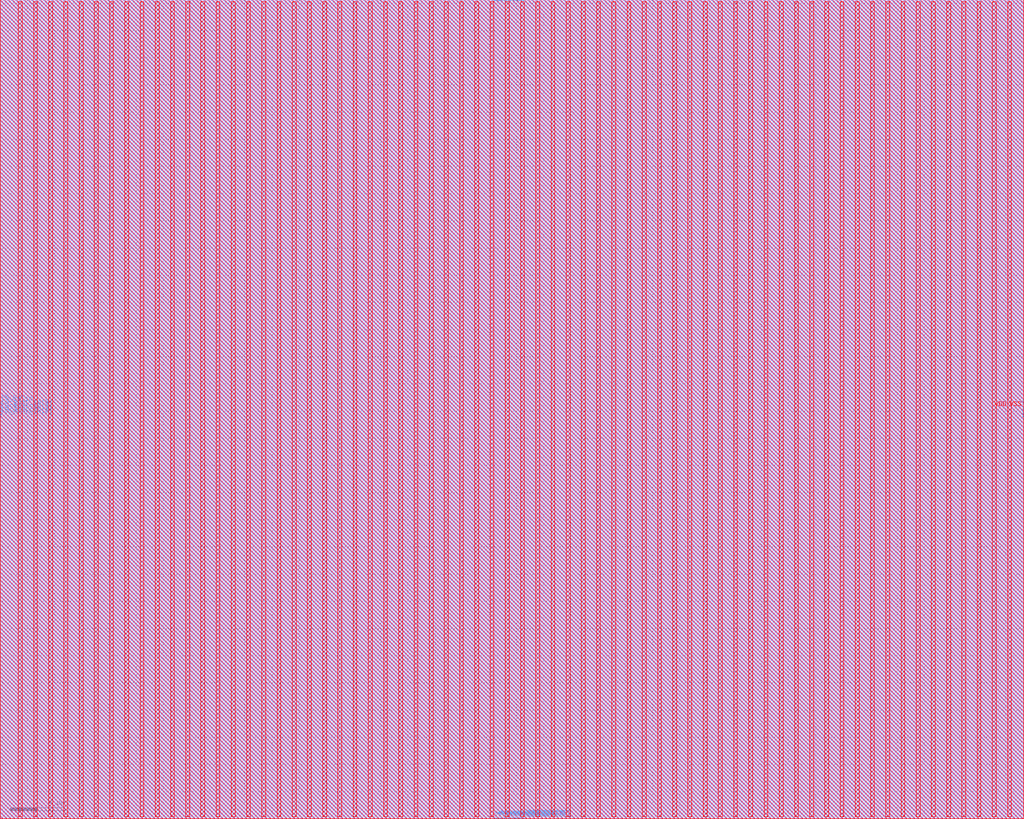
<source format=lef>
# Generated by FakeRAM 2.0
VERSION 5.7 ;
BUSBITCHARS "[]" ;
PROPERTYDEFINITIONS
  MACRO width INTEGER ;
  MACRO depth INTEGER ;
  MACRO banks INTEGER ;
END PROPERTYDEFINITIONS
MACRO fakeram_16x52_1r1w
  PROPERTY width 16 ;
  PROPERTY depth 64 ;
  PROPERTY banks 1 ;
  FOREIGN fakeram_16x52_1r1w 0 0 ;
  SYMMETRY X Y R90 ;
  SIZE 75.320 BY 60.270 ;
  CLASS BLOCK ;
  PIN r0_addr_in[0]
    DIRECTION INPUT ;
    USE SIGNAL ;
    SHAPE ABUTMENT ;
    PORT
      LAYER metal3 ;
      RECT 0.000 29.540 0.070 29.610 ;
    END
  END r0_addr_in[0]
  PIN r0_addr_in[1]
    DIRECTION INPUT ;
    USE SIGNAL ;
    SHAPE ABUTMENT ;
    PORT
      LAYER metal3 ;
      RECT 0.000 29.680 0.070 29.750 ;
    END
  END r0_addr_in[1]
  PIN r0_addr_in[2]
    DIRECTION INPUT ;
    USE SIGNAL ;
    SHAPE ABUTMENT ;
    PORT
      LAYER metal3 ;
      RECT 0.000 29.820 0.070 29.890 ;
    END
  END r0_addr_in[2]
  PIN r0_addr_in[3]
    DIRECTION INPUT ;
    USE SIGNAL ;
    SHAPE ABUTMENT ;
    PORT
      LAYER metal3 ;
      RECT 0.000 29.960 0.070 30.030 ;
    END
  END r0_addr_in[3]
  PIN r0_addr_in[4]
    DIRECTION INPUT ;
    USE SIGNAL ;
    SHAPE ABUTMENT ;
    PORT
      LAYER metal3 ;
      RECT 0.000 30.100 0.070 30.170 ;
    END
  END r0_addr_in[4]
  PIN r0_addr_in[5]
    DIRECTION INPUT ;
    USE SIGNAL ;
    SHAPE ABUTMENT ;
    PORT
      LAYER metal3 ;
      RECT 0.000 30.240 0.070 30.310 ;
    END
  END r0_addr_in[5]
  PIN r0_ce_in
    DIRECTION INPUT ;
    USE SIGNAL ;
    SHAPE ABUTMENT ;
    PORT
      LAYER metal3 ;
      RECT 0.000 30.520 0.070 30.590 ;
    END
  END r0_ce_in
  PIN r0_clk
    DIRECTION INPUT ;
    USE SIGNAL ;
    SHAPE ABUTMENT ;
    PORT
      LAYER metal3 ;
      RECT 0.000 30.660 0.070 30.730 ;
    END
  END r0_clk
  PIN r0_rd_out[0]
    DIRECTION OUTPUT ;
    USE SIGNAL ;
    SHAPE ABUTMENT ;
    PORT
      LAYER metal3 ;
      RECT 36.365 60.200 36.435 60.270 ;
    END
  END r0_rd_out[0]
  PIN r0_rd_out[1]
    DIRECTION OUTPUT ;
    USE SIGNAL ;
    SHAPE ABUTMENT ;
    PORT
      LAYER metal3 ;
      RECT 36.505 60.200 36.575 60.270 ;
    END
  END r0_rd_out[1]
  PIN r0_rd_out[2]
    DIRECTION OUTPUT ;
    USE SIGNAL ;
    SHAPE ABUTMENT ;
    PORT
      LAYER metal3 ;
      RECT 36.645 60.200 36.715 60.270 ;
    END
  END r0_rd_out[2]
  PIN r0_rd_out[3]
    DIRECTION OUTPUT ;
    USE SIGNAL ;
    SHAPE ABUTMENT ;
    PORT
      LAYER metal3 ;
      RECT 36.785 60.200 36.855 60.270 ;
    END
  END r0_rd_out[3]
  PIN r0_rd_out[4]
    DIRECTION OUTPUT ;
    USE SIGNAL ;
    SHAPE ABUTMENT ;
    PORT
      LAYER metal3 ;
      RECT 36.925 60.200 36.995 60.270 ;
    END
  END r0_rd_out[4]
  PIN r0_rd_out[5]
    DIRECTION OUTPUT ;
    USE SIGNAL ;
    SHAPE ABUTMENT ;
    PORT
      LAYER metal3 ;
      RECT 37.065 60.200 37.135 60.270 ;
    END
  END r0_rd_out[5]
  PIN r0_rd_out[6]
    DIRECTION OUTPUT ;
    USE SIGNAL ;
    SHAPE ABUTMENT ;
    PORT
      LAYER metal3 ;
      RECT 37.205 60.200 37.275 60.270 ;
    END
  END r0_rd_out[6]
  PIN r0_rd_out[7]
    DIRECTION OUTPUT ;
    USE SIGNAL ;
    SHAPE ABUTMENT ;
    PORT
      LAYER metal3 ;
      RECT 37.345 60.200 37.415 60.270 ;
    END
  END r0_rd_out[7]
  PIN r0_rd_out[8]
    DIRECTION OUTPUT ;
    USE SIGNAL ;
    SHAPE ABUTMENT ;
    PORT
      LAYER metal3 ;
      RECT 37.485 60.200 37.555 60.270 ;
    END
  END r0_rd_out[8]
  PIN r0_rd_out[9]
    DIRECTION OUTPUT ;
    USE SIGNAL ;
    SHAPE ABUTMENT ;
    PORT
      LAYER metal3 ;
      RECT 37.625 60.200 37.695 60.270 ;
    END
  END r0_rd_out[9]
  PIN r0_rd_out[10]
    DIRECTION OUTPUT ;
    USE SIGNAL ;
    SHAPE ABUTMENT ;
    PORT
      LAYER metal3 ;
      RECT 37.765 60.200 37.835 60.270 ;
    END
  END r0_rd_out[10]
  PIN r0_rd_out[11]
    DIRECTION OUTPUT ;
    USE SIGNAL ;
    SHAPE ABUTMENT ;
    PORT
      LAYER metal3 ;
      RECT 37.905 60.200 37.975 60.270 ;
    END
  END r0_rd_out[11]
  PIN r0_rd_out[12]
    DIRECTION OUTPUT ;
    USE SIGNAL ;
    SHAPE ABUTMENT ;
    PORT
      LAYER metal3 ;
      RECT 38.045 60.200 38.115 60.270 ;
    END
  END r0_rd_out[12]
  PIN r0_rd_out[13]
    DIRECTION OUTPUT ;
    USE SIGNAL ;
    SHAPE ABUTMENT ;
    PORT
      LAYER metal3 ;
      RECT 38.185 60.200 38.255 60.270 ;
    END
  END r0_rd_out[13]
  PIN r0_rd_out[14]
    DIRECTION OUTPUT ;
    USE SIGNAL ;
    SHAPE ABUTMENT ;
    PORT
      LAYER metal3 ;
      RECT 38.325 60.200 38.395 60.270 ;
    END
  END r0_rd_out[14]
  PIN r0_rd_out[15]
    DIRECTION OUTPUT ;
    USE SIGNAL ;
    SHAPE ABUTMENT ;
    PORT
      LAYER metal3 ;
      RECT 38.465 60.200 38.535 60.270 ;
    END
  END r0_rd_out[15]
  PIN w0_addr_in[0]
    DIRECTION INPUT ;
    USE SIGNAL ;
    SHAPE ABUTMENT ;
    PORT
      LAYER metal3 ;
      RECT 75.250 29.540 75.320 29.610 ;
    END
  END w0_addr_in[0]
  PIN w0_addr_in[1]
    DIRECTION INPUT ;
    USE SIGNAL ;
    SHAPE ABUTMENT ;
    PORT
      LAYER metal3 ;
      RECT 75.250 29.680 75.320 29.750 ;
    END
  END w0_addr_in[1]
  PIN w0_addr_in[2]
    DIRECTION INPUT ;
    USE SIGNAL ;
    SHAPE ABUTMENT ;
    PORT
      LAYER metal3 ;
      RECT 75.250 29.820 75.320 29.890 ;
    END
  END w0_addr_in[2]
  PIN w0_addr_in[3]
    DIRECTION INPUT ;
    USE SIGNAL ;
    SHAPE ABUTMENT ;
    PORT
      LAYER metal3 ;
      RECT 75.250 29.960 75.320 30.030 ;
    END
  END w0_addr_in[3]
  PIN w0_addr_in[4]
    DIRECTION INPUT ;
    USE SIGNAL ;
    SHAPE ABUTMENT ;
    PORT
      LAYER metal3 ;
      RECT 75.250 30.100 75.320 30.170 ;
    END
  END w0_addr_in[4]
  PIN w0_addr_in[5]
    DIRECTION INPUT ;
    USE SIGNAL ;
    SHAPE ABUTMENT ;
    PORT
      LAYER metal3 ;
      RECT 75.250 30.240 75.320 30.310 ;
    END
  END w0_addr_in[5]
  PIN w0_we_in
    DIRECTION INPUT ;
    USE SIGNAL ;
    SHAPE ABUTMENT ;
    PORT
      LAYER metal3 ;
      RECT 75.250 30.520 75.320 30.590 ;
    END
  END w0_we_in
  PIN w0_ce_in
    DIRECTION INPUT ;
    USE SIGNAL ;
    SHAPE ABUTMENT ;
    PORT
      LAYER metal3 ;
      RECT 75.250 30.660 75.320 30.730 ;
    END
  END w0_ce_in
  PIN w0_clk
    DIRECTION INPUT ;
    USE SIGNAL ;
    SHAPE ABUTMENT ;
    PORT
      LAYER metal3 ;
      RECT 75.250 30.800 75.320 30.870 ;
    END
  END w0_clk
  PIN w0_wd_in[0]
    DIRECTION INPUT ;
    USE SIGNAL ;
    SHAPE ABUTMENT ;
    PORT
      LAYER metal3 ;
      RECT 36.365 0.000 36.435 0.070 ;
    END
  END w0_wd_in[0]
  PIN w0_wd_in[1]
    DIRECTION INPUT ;
    USE SIGNAL ;
    SHAPE ABUTMENT ;
    PORT
      LAYER metal3 ;
      RECT 36.505 0.000 36.575 0.070 ;
    END
  END w0_wd_in[1]
  PIN w0_wd_in[2]
    DIRECTION INPUT ;
    USE SIGNAL ;
    SHAPE ABUTMENT ;
    PORT
      LAYER metal3 ;
      RECT 36.645 0.000 36.715 0.070 ;
    END
  END w0_wd_in[2]
  PIN w0_wd_in[3]
    DIRECTION INPUT ;
    USE SIGNAL ;
    SHAPE ABUTMENT ;
    PORT
      LAYER metal3 ;
      RECT 36.785 0.000 36.855 0.070 ;
    END
  END w0_wd_in[3]
  PIN w0_wd_in[4]
    DIRECTION INPUT ;
    USE SIGNAL ;
    SHAPE ABUTMENT ;
    PORT
      LAYER metal3 ;
      RECT 36.925 0.000 36.995 0.070 ;
    END
  END w0_wd_in[4]
  PIN w0_wd_in[5]
    DIRECTION INPUT ;
    USE SIGNAL ;
    SHAPE ABUTMENT ;
    PORT
      LAYER metal3 ;
      RECT 37.065 0.000 37.135 0.070 ;
    END
  END w0_wd_in[5]
  PIN w0_wd_in[6]
    DIRECTION INPUT ;
    USE SIGNAL ;
    SHAPE ABUTMENT ;
    PORT
      LAYER metal3 ;
      RECT 37.205 0.000 37.275 0.070 ;
    END
  END w0_wd_in[6]
  PIN w0_wd_in[7]
    DIRECTION INPUT ;
    USE SIGNAL ;
    SHAPE ABUTMENT ;
    PORT
      LAYER metal3 ;
      RECT 37.345 0.000 37.415 0.070 ;
    END
  END w0_wd_in[7]
  PIN w0_wd_in[8]
    DIRECTION INPUT ;
    USE SIGNAL ;
    SHAPE ABUTMENT ;
    PORT
      LAYER metal3 ;
      RECT 37.485 0.000 37.555 0.070 ;
    END
  END w0_wd_in[8]
  PIN w0_wd_in[9]
    DIRECTION INPUT ;
    USE SIGNAL ;
    SHAPE ABUTMENT ;
    PORT
      LAYER metal3 ;
      RECT 37.625 0.000 37.695 0.070 ;
    END
  END w0_wd_in[9]
  PIN w0_wd_in[10]
    DIRECTION INPUT ;
    USE SIGNAL ;
    SHAPE ABUTMENT ;
    PORT
      LAYER metal3 ;
      RECT 37.765 0.000 37.835 0.070 ;
    END
  END w0_wd_in[10]
  PIN w0_wd_in[11]
    DIRECTION INPUT ;
    USE SIGNAL ;
    SHAPE ABUTMENT ;
    PORT
      LAYER metal3 ;
      RECT 37.905 0.000 37.975 0.070 ;
    END
  END w0_wd_in[11]
  PIN w0_wd_in[12]
    DIRECTION INPUT ;
    USE SIGNAL ;
    SHAPE ABUTMENT ;
    PORT
      LAYER metal3 ;
      RECT 38.045 0.000 38.115 0.070 ;
    END
  END w0_wd_in[12]
  PIN w0_wd_in[13]
    DIRECTION INPUT ;
    USE SIGNAL ;
    SHAPE ABUTMENT ;
    PORT
      LAYER metal3 ;
      RECT 38.185 0.000 38.255 0.070 ;
    END
  END w0_wd_in[13]
  PIN w0_wd_in[14]
    DIRECTION INPUT ;
    USE SIGNAL ;
    SHAPE ABUTMENT ;
    PORT
      LAYER metal3 ;
      RECT 38.325 0.000 38.395 0.070 ;
    END
  END w0_wd_in[14]
  PIN w0_wd_in[15]
    DIRECTION INPUT ;
    USE SIGNAL ;
    SHAPE ABUTMENT ;
    PORT
      LAYER metal3 ;
      RECT 38.465 0.000 38.535 0.070 ;
    END
  END w0_wd_in[15]
  PIN VSS
    DIRECTION INOUT ;
    USE GROUND ;
    PORT
      LAYER metal4 ;
      RECT 2.450 0.140 2.730 60.130 ;
      RECT 4.690 0.140 4.970 60.130 ;
      RECT 6.930 0.140 7.210 60.130 ;
      RECT 9.170 0.140 9.450 60.130 ;
      RECT 11.410 0.140 11.690 60.130 ;
      RECT 13.650 0.140 13.930 60.130 ;
      RECT 15.890 0.140 16.170 60.130 ;
      RECT 18.130 0.140 18.410 60.130 ;
      RECT 20.370 0.140 20.650 60.130 ;
      RECT 22.610 0.140 22.890 60.130 ;
      RECT 24.850 0.140 25.130 60.130 ;
      RECT 27.090 0.140 27.370 60.130 ;
      RECT 29.330 0.140 29.610 60.130 ;
      RECT 31.570 0.140 31.850 60.130 ;
      RECT 33.810 0.140 34.090 60.130 ;
      RECT 36.050 0.140 36.330 60.130 ;
      RECT 38.290 0.140 38.570 60.130 ;
      RECT 40.530 0.140 40.810 60.130 ;
      RECT 42.770 0.140 43.050 60.130 ;
      RECT 45.010 0.140 45.290 60.130 ;
      RECT 47.250 0.140 47.530 60.130 ;
      RECT 49.490 0.140 49.770 60.130 ;
      RECT 51.730 0.140 52.010 60.130 ;
      RECT 53.970 0.140 54.250 60.130 ;
      RECT 56.210 0.140 56.490 60.130 ;
      RECT 58.450 0.140 58.730 60.130 ;
      RECT 60.690 0.140 60.970 60.130 ;
      RECT 62.930 0.140 63.210 60.130 ;
      RECT 65.170 0.140 65.450 60.130 ;
      RECT 67.410 0.140 67.690 60.130 ;
      RECT 69.650 0.140 69.930 60.130 ;
      RECT 71.890 0.140 72.170 60.130 ;
      RECT 74.130 0.140 74.410 60.130 ;
    END
  END VSS
  PIN VDD
    DIRECTION INOUT ;
    USE POWER ;
    PORT
      LAYER metal4 ;
      RECT 1.330 0.140 1.610 60.130 ;
      RECT 3.570 0.140 3.850 60.130 ;
      RECT 5.810 0.140 6.090 60.130 ;
      RECT 8.050 0.140 8.330 60.130 ;
      RECT 10.290 0.140 10.570 60.130 ;
      RECT 12.530 0.140 12.810 60.130 ;
      RECT 14.770 0.140 15.050 60.130 ;
      RECT 17.010 0.140 17.290 60.130 ;
      RECT 19.250 0.140 19.530 60.130 ;
      RECT 21.490 0.140 21.770 60.130 ;
      RECT 23.730 0.140 24.010 60.130 ;
      RECT 25.970 0.140 26.250 60.130 ;
      RECT 28.210 0.140 28.490 60.130 ;
      RECT 30.450 0.140 30.730 60.130 ;
      RECT 32.690 0.140 32.970 60.130 ;
      RECT 34.930 0.140 35.210 60.130 ;
      RECT 37.170 0.140 37.450 60.130 ;
      RECT 39.410 0.140 39.690 60.130 ;
      RECT 41.650 0.140 41.930 60.130 ;
      RECT 43.890 0.140 44.170 60.130 ;
      RECT 46.130 0.140 46.410 60.130 ;
      RECT 48.370 0.140 48.650 60.130 ;
      RECT 50.610 0.140 50.890 60.130 ;
      RECT 52.850 0.140 53.130 60.130 ;
      RECT 55.090 0.140 55.370 60.130 ;
      RECT 57.330 0.140 57.610 60.130 ;
      RECT 59.570 0.140 59.850 60.130 ;
      RECT 61.810 0.140 62.090 60.130 ;
      RECT 64.050 0.140 64.330 60.130 ;
      RECT 66.290 0.140 66.570 60.130 ;
      RECT 68.530 0.140 68.810 60.130 ;
      RECT 70.770 0.140 71.050 60.130 ;
      RECT 73.010 0.140 73.290 60.130 ;
    END
  END VDD
  OBS
    LAYER metal1 ;
    RECT 0 0 75.320 60.270 ;
    LAYER metal2 ;
    RECT 0 0 75.320 60.270 ;
    LAYER metal3 ;
    RECT 0 0 75.320 60.270 ;
    LAYER metal4 ;
    RECT 0 0 75.320 60.270 ;
    LAYER OVERLAP ;
    RECT 0 0 75.320 60.270 ;
  END
END fakeram_16x52_1r1w

END LIBRARY

</source>
